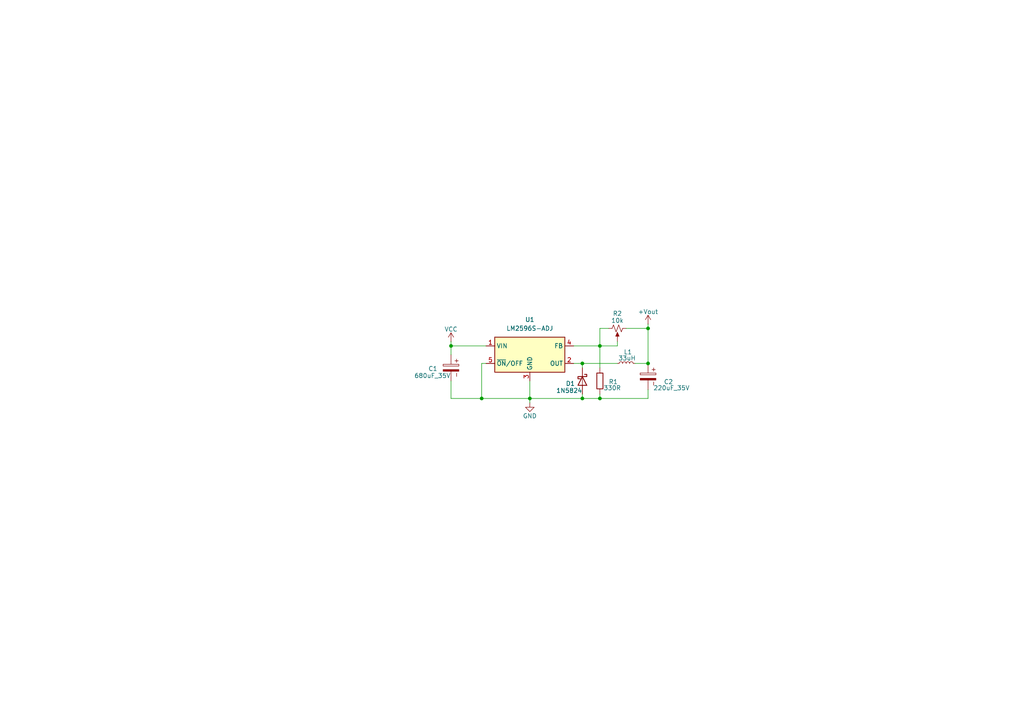
<source format=kicad_sch>
(kicad_sch (version 20250114) (generator "eeschema") (generator_version "9.0")
  (paper "A4")
  (lib_symbols
    (symbol "Device:L_Small" (pin_numbers (hide yes)) (pin_names (offset 0.254) (hide yes))
      (property "Reference" "L" (at 0.762 1.016 0))
      (property "Value" "L_Small" (at 0.762 -1.016 0))
      (symbol "L_Small_0_1"
        (arc (start 0 2.032) (mid 0.5058 1.524) (end 0 1.016))
        (arc (start 0 1.016) (mid 0.5058 0.508) (end 0 0))
        (arc (start 0 0) (mid 0.5058 -0.508) (end 0 -1.016))
        (arc (start 0 -1.016) (mid 0.5058 -1.524) (end 0 -2.032))
      )
      (symbol "L_Small_1_1"
        (pin passive line (at 0 2.54 270) (length 0.508) (name "~") (number "1"))
        (pin passive line (at 0 -2.54 90) (length 0.508) (name "~") (number "2"))
      )
    )
    (symbol "Diode:1N5822" (pin_numbers (hide yes)) (pin_names (offset 1.016) (hide yes))
      (property "Reference" "D" (at 0 2.54 0))
      (property "Value" "1N5822" (at 0 -2.54 0))
      (symbol "1N5822_0_1"
        (polyline (pts (xy -1.905 0.635) (xy -1.905 1.27) (xy -1.27 1.27) (xy -1.27 -1.27) (xy -0.635 -1.27) (xy -0.635 -0.635)) (stroke (width 0.254)))
        (polyline (pts (xy 1.27 1.27) (xy 1.27 -1.27) (xy -1.27 0) (xy 1.27 1.27)) (stroke (width 0.254)))
        (polyline (pts (xy 1.27 0) (xy -1.27 0)))
      )
      (symbol "1N5822_1_1"
        (pin passive line (at -3.81 0 0) (length 2.54) (name "K") (number "1"))
        (pin passive line (at 3.81 0 180) (length 2.54) (name "A") (number "2"))
      )
    )
    (symbol "PCM_SL_Capacitors:470uF_35V"
      (property "Reference" "C" (at 0 7.62 0))
      (property "Value" "470uF_35V" (at 0 5.08 0))
      (symbol "470uF_35V_0_0"
        (text "+" (at -2.032 1.524 0) (effects (font (size 1.27 1.27))))
        (text "-" (at 2.032 1.524 0) (effects (font (size 1.27 1.27))))
      )
      (symbol "470uF_35V_0_1"
        (rectangle (start -1.016 -2.286) (end -0.508 2.286))
        (rectangle (start 0.508 -2.286) (end 1.016 2.286) (fill (type outline)))
      )
      (symbol "470uF_35V_1_1"
        (pin passive line (at -3.81 0 0) (length 2.7) (name "~") (number "1"))
        (pin input line (at 3.81 0 180) (length 2.7) (name "~") (number "2"))
      )
    )
    (symbol "PCM_SL_Resistors:330ohm"
      (property "Reference" "R" (at 0 5.08 0))
      (property "Value" "330ohm" (at 0 2.54 0))
      (symbol "330ohm_0_1"
        (rectangle (start -2.286 0.889) (end 2.286 -0.889) (stroke (width 0.24)))
      )
      (symbol "330ohm_1_1"
        (pin passive line (at -3.81 0 0) (length 1.5) (name "") (number "1"))
        (pin passive line (at 3.81 0 180) (length 1.5) (name "~") (number "2"))
      )
    )
    (symbol "Regulator_Switching:LM2596S-ADJ"
      (property "Reference" "U" (at -10.16 6.35 0))
      (property "Value" "LM2596S-ADJ" (at 0 6.35 0))
      (symbol "LM2596S-ADJ_0_1"
        (rectangle (start -10.16 5.08) (end 10.16 -5.08) (stroke (width 0.254)) (fill (type background)))
      )
      (symbol "LM2596S-ADJ_1_1"
        (pin power_in line (at -12.7 2.54 0) (length 2.54) (name "VIN") (number "1"))
        (pin input line (at -12.7 -2.54 0) (length 2.54) (name "~{ON}/OFF") (number "5"))
        (pin power_in line (at 0 -7.62 90) (length 2.54) (name "GND") (number "3"))
        (pin input line (at 12.7 2.54 180) (length 2.54) (name "FB") (number "4"))
        (pin output line (at 12.7 -2.54 180) (length 2.54) (name "OUT") (number "2"))
      )
    )
    (symbol "SparkFun-Resistor:Trimpot_10k_SMD_3.0x3.0mm" (pin_numbers (hide yes)) (pin_names (offset 1.016) (hide yes))
      (property "Reference" "R" (at 0 2.54 0))
      (property "Value" "10k" (at 2.54 -2.54 0))
      (symbol "Trimpot_10k_SMD_3.0x3.0mm_0_1"
        (polyline (pts (xy 0 -1.143) (xy 0.508 -2.286) (xy -0.508 -2.286) (xy 0 -1.143)) (fill (type outline)))
        (polyline (pts (xy 0 -2.54) (xy 0 -1.524)))
      )
      (symbol "Trimpot_10k_SMD_3.0x3.0mm_1_1"
        (polyline (pts (xy 0 0) (xy -0.381 -1.016) (xy -0.762 0) (xy -1.143 1.016) (xy -1.524 0)))
        (polyline (pts (xy 1.524 0) (xy 1.143 -1.016) (xy 0.762 0) (xy 0.381 1.016) (xy 0 0)))
        (pin passive line (at -2.54 0 0) (length 1.016) (name "~") (number "3"))
        (pin passive line (at 0 -3.81 90) (length 1.27) (name "2") (number "2"))
        (pin passive line (at 2.54 0 180) (length 1.016) (name "~") (number "1"))
      )
    )
    (symbol "power:+12V" (power) (pin_numbers (hide yes)) (pin_names (offset 0) (hide yes))
      (property "Value" "+12V" (at 0 3.556 0))
      (symbol "+12V_0_1"
        (polyline (pts (xy -0.762 1.27) (xy 0 2.54)))
        (polyline (pts (xy 0 2.54) (xy 0.762 1.27)))
        (polyline (pts (xy 0 0) (xy 0 2.54)))
      )
      (symbol "+12V_1_1"
        (pin power_in line (at 0 0 90) (length 0) (name "~") (number "1"))
      )
    )
    (symbol "power:GND" (power) (pin_numbers (hide yes)) (pin_names (offset 0) (hide yes))
      (property "Value" "GND" (at 0 -3.81 0))
      (symbol "GND_0_1"
        (polyline (pts (xy 0 0) (xy 0 -1.27) (xy 1.27 -1.27) (xy 0 -2.54) (xy -1.27 -1.27) (xy 0 -1.27)))
      )
      (symbol "GND_1_1"
        (pin power_in line (at 0 0 270) (length 0) (name "~") (number "1"))
      )
    )
    (symbol "power:VCC" (power) (pin_numbers (hide yes)) (pin_names (offset 0) (hide yes))
      (property "Value" "VCC" (at 0 3.556 0))
      (symbol "VCC_0_1"
        (polyline (pts (xy -0.762 1.27) (xy 0 2.54)))
        (polyline (pts (xy 0 2.54) (xy 0.762 1.27)))
        (polyline (pts (xy 0 0) (xy 0 2.54)))
      )
      (symbol "VCC_1_1"
        (pin power_in line (at 0 0 90) (length 0) (name "~") (number "1"))
      )
    )
  )
  (junction (at 173.99 100.33))
  (junction (at 187.96 95.25))
  (junction (at 139.7 115.57))
  (junction (at 130.81 100.33))
  (junction (at 168.91 105.41))
  (junction (at 168.91 115.57))
  (junction (at 173.99 115.57))
  (junction (at 153.67 115.57))
  (junction (at 187.96 105.41))
  (wire (pts (xy 139.7 115.57) (xy 153.67 115.57)))
  (wire (pts (xy 168.91 105.41) (xy 168.91 106.68)))
  (wire (pts (xy 187.96 93.98) (xy 187.96 95.25)))
  (wire (pts (xy 130.81 99.06) (xy 130.81 100.33)))
  (wire (pts (xy 187.96 113.03) (xy 187.96 115.57)))
  (wire (pts (xy 139.7 105.41) (xy 140.97 105.41)))
  (wire (pts (xy 139.7 105.41) (xy 139.7 115.57)))
  (wire (pts (xy 173.99 100.33) (xy 179.07 100.33)))
  (wire (pts (xy 173.99 100.33) (xy 173.99 106.68)))
  (wire (pts (xy 187.96 95.25) (xy 187.96 105.41)))
  (wire (pts (xy 181.61 95.25) (xy 187.96 95.25)))
  (wire (pts (xy 168.91 105.41) (xy 179.07 105.41)))
  (wire (pts (xy 168.91 115.57) (xy 173.99 115.57)))
  (wire (pts (xy 168.91 115.57) (xy 168.91 114.3)))
  (wire (pts (xy 166.37 100.33) (xy 173.99 100.33)))
  (wire (pts (xy 173.99 95.25) (xy 173.99 100.33)))
  (wire (pts (xy 173.99 115.57) (xy 187.96 115.57)))
  (wire (pts (xy 173.99 114.3) (xy 173.99 115.57)))
  (wire (pts (xy 130.81 115.57) (xy 139.7 115.57)))
  (wire (pts (xy 130.81 100.33) (xy 140.97 100.33)))
  (wire (pts (xy 166.37 105.41) (xy 168.91 105.41)))
  (wire (pts (xy 173.99 95.25) (xy 176.53 95.25)))
  (wire (pts (xy 184.15 105.41) (xy 187.96 105.41)))
  (wire (pts (xy 130.81 110.49) (xy 130.81 115.57)))
  (wire (pts (xy 179.07 99.06) (xy 179.07 100.33)))
  (wire (pts (xy 130.81 100.33) (xy 130.81 102.87)))
  (wire (pts (xy 153.67 110.49) (xy 153.67 115.57)))
  (wire (pts (xy 153.67 115.57) (xy 153.67 116.84)))
  (wire (pts (xy 153.67 115.57) (xy 168.91 115.57)))
  (symbol (lib_id "power:GND") (at 153.67 116.84 0) (unit 1)
    (property "Reference" "#PWR01" (effects (hide yes)))
    (property "Value" "GND" (at 153.67 120.65 0))
    (property "Description" "Power symbol creates a global label with name \"GND\" , ground" (effects (hide yes)))
  )
  (symbol (lib_id "Device:L_Small") (at 181.61 105.41 90) (unit 1)
    (property "Reference" "L1" (at 182.118 102.108 90))
    (property "Value" "33uH" (at 181.864 103.886 90))
    (property "Description" "Inductor, small symbol" (effects (hide yes)))
  )
  (symbol (lib_id "Diode:1N5822") (at 168.91 110.49 270) (unit 1)
    (property "Reference" "D1" (at 164.084 111.252 90) (effects (justify left)))
    (property "Value" "1N5824" (at 161.29 113.284 90) (effects (justify left)))
    (property "Footprint" "Diode_THT:D_DO-201AD_P15.24mm_Horizontal" (effects (hide yes)))
    (property "Datasheet" "http://www.vishay.com/docs/88526/1n5820.pdf" (effects (hide yes)))
    (property "Description" "40V 3A Schottky Barrier Rectifier Diode, DO-201AD" (effects (hide yes)))
  )
  (symbol (lib_id "PCM_SL_Capacitors:470uF_35V") (at 187.96 109.22 270) (unit 1)
    (property "Reference" "C2" (at 192.532 110.744 90) (effects (justify left)))
    (property "Value" "220uF_35V" (at 189.484 112.522 90) (effects (justify left)))
    (property "Footprint" "Capacitor_THT:CP_Radial_D10.0mm_P5.00mm" (effects (hide yes)))
    (property "Description" "470uF, 35V Electrolytic Capacitor" (effects (hide yes)))
  )
  (symbol (lib_id "Regulator_Switching:LM2596S-ADJ") (at 153.67 102.87 0) (unit 1)
    (property "Reference" "U1" (at 153.67 92.71 0))
    (property "Value" "LM2596S-ADJ" (at 153.67 95.25 0))
    (property "Footprint" "Package_TO_SOT_SMD:TO-263-5_TabPin3" (effects (hide yes)))
    (property "Datasheet" "http://www.ti.com/lit/ds/symlink/lm2596.pdf" (effects (hide yes)))
    (property "Description" "Adjustable 3A Step-Down Voltage Regulator, TO-263" (effects (hide yes)))
  )
  (symbol (lib_id "SparkFun-Resistor:Trimpot_10k_SMD_3.0x3.0mm") (at 179.07 95.25 0) (unit 1)
    (property "Reference" "R2" (at 179.07 90.932 0))
    (property "Value" "10k" (at 179.07 92.964 0))
    (property "Footprint" "SparkFun-Resistor:Trimpot_SMD_3.0x3.0mm" (effects (hide yes)))
    (property "Datasheet" "https://www.ttelectronics.com/TTElectronics/media/ProductFiles/Datasheet/22.pdf" (effects (hide yes)))
    (property "Description" "Potentiometer TRIMPOT-SMD-3MM-CLOSED-1/8W-20%" (effects (hide yes)))
    (property "PROD_ID" "RES-09285" (effects (hide yes)))
    (property "Mfg Part#" "22AR10K" (effects (hide yes)))
  )
  (symbol (lib_id "PCM_SL_Resistors:330ohm") (at 173.99 110.49 90) (unit 1)
    (property "Reference" "R1" (at 176.53 110.744 90) (effects (justify right)))
    (property "Value" "330R" (at 175.006 112.522 90) (effects (justify right)))
    (property "Footprint" "Resistor_THT:R_Axial_DIN0207_L6.3mm_D2.5mm_P10.16mm_Horizontal" (effects (hide yes)))
    (property "Description" "330Ω, 1/4W Resistor" (effects (hide yes)))
  )
  (symbol (lib_id "power:+12V") (at 187.96 93.98 0) (unit 1)
    (property "Reference" "#PWR02" (effects (hide yes)))
    (property "Value" "+Vout" (at 187.96 90.424 0))
    (property "Description" "Power symbol creates a global label with name \"+12V\"" (effects (hide yes)))
  )
  (symbol (lib_id "power:VCC") (at 130.81 99.06 0) (unit 1)
    (property "Reference" "#PWR03" (effects (hide yes)))
    (property "Value" "VCC" (at 130.81 95.504 0))
    (property "Description" "Power symbol creates a global label with name \"VCC\"" (effects (hide yes)))
  )
  (symbol (lib_id "PCM_SL_Capacitors:470uF_35V") (at 130.81 106.68 270) (unit 1)
    (property "Reference" "C1" (at 124.206 106.934 90) (effects (justify left)))
    (property "Value" "680uF_35V" (at 120.142 108.966 90) (effects (justify left)))
    (property "Footprint" "Capacitor_THT:CP_Radial_D10.0mm_P5.00mm" (effects (hide yes)))
    (property "Description" "470uF, 35V Electrolytic Capacitor" (effects (hide yes)))
  )
)
</source>
